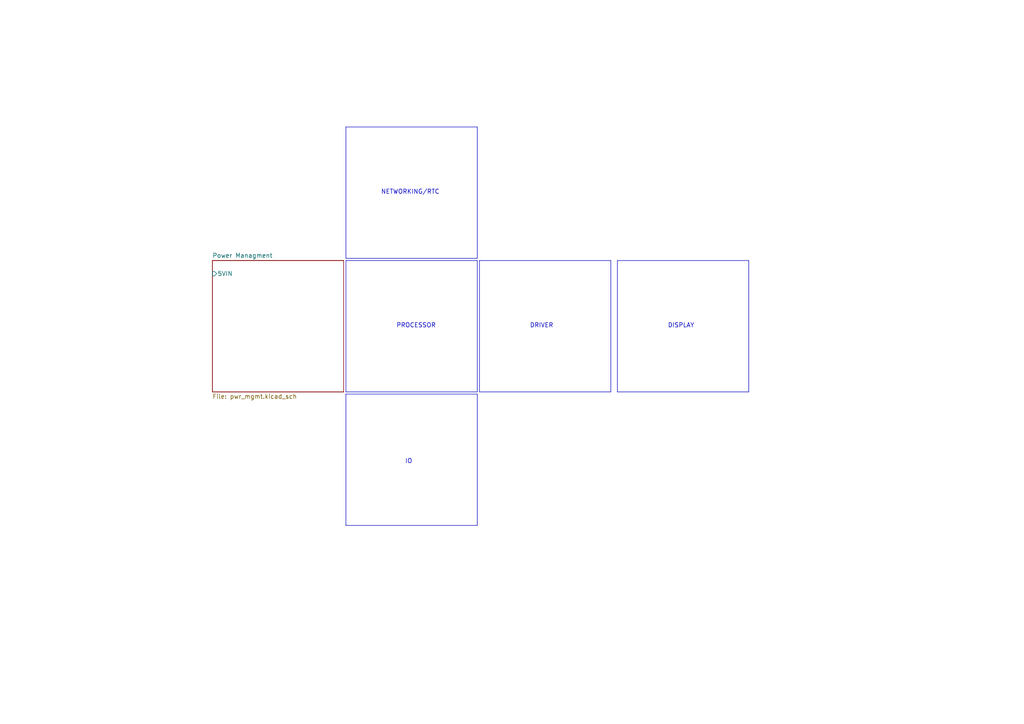
<source format=kicad_sch>
(kicad_sch (version 20230121) (generator eeschema)
  (paper "A4")
  (title_block (title "Main sheet") (date "2023-03-07") (rev "0.1") (company "diminDDL"))
  (lib_symbols)
  (polyline (pts (xy 139.065 75.565) (xy 139.065 113.665)))
  (polyline (pts (xy 177.165 113.665) (xy 177.165 75.565)))
  (polyline (pts (xy 217.17 113.665) (xy 217.17 75.565)))
  (polyline (pts (xy 100.33 114.3) (xy 100.33 152.4)))
  (polyline (pts (xy 100.33 74.93) (xy 138.43 74.93)))
  (polyline (pts (xy 100.33 114.3) (xy 138.43 114.3)))
  (polyline (pts (xy 100.33 75.565) (xy 138.43 75.565)))
  (polyline (pts (xy 179.07 75.565) (xy 179.07 113.665)))
  (polyline (pts (xy 100.33 36.83) (xy 100.33 74.93)))
  (polyline (pts (xy 139.065 113.665) (xy 177.165 113.665)))
  (polyline (pts (xy 139.065 75.565) (xy 177.165 75.565)))
  (polyline (pts (xy 100.33 75.565) (xy 100.33 113.665)))
  (polyline (pts (xy 138.43 152.4) (xy 138.43 114.3)))
  (polyline (pts (xy 179.07 75.565) (xy 217.17 75.565)))
  (polyline (pts (xy 100.33 113.665) (xy 138.43 113.665)))
  (polyline (pts (xy 100.33 152.4) (xy 138.43 152.4)))
  (polyline (pts (xy 179.07 113.665) (xy 217.17 113.665)))
  (polyline (pts (xy 100.33 36.83) (xy 138.43 36.83)))
  (polyline (pts (xy 138.43 113.665) (xy 138.43 75.565)))
  (polyline (pts (xy 138.43 74.93) (xy 138.43 36.83)))
  (text "DISPLAY" (at 193.675 95.25 0) (effects (font (size 1.27 1.27)) (justify left bottom)))
  (text "PROCESSOR" (at 114.935 95.25 0) (effects (font (size 1.27 1.27)) (justify left bottom)))
  (text "IO" (at 117.475 134.62 0) (effects (font (size 1.27 1.27)) (justify left bottom)))
  (text "DRIVER" (at 153.67 95.25 0) (effects (font (size 1.27 1.27)) (justify left bottom)))
  (text "NETWORKING/RTC" (at 110.49 56.515 0) (effects (font (size 1.27 1.27)) (justify left bottom)))
  (sheet (at 61.595 75.565) (size 38.1 38.1) (stroke (width 0.1524))
    (property "Sheetname" "Power Managment" (at 61.595 74.8534 0) (effects (justify left bottom)))
    (property "Sheetfile" "pwr_mgmt.kicad_sch" (at 61.595 114.2496 0) (effects (justify left top)))
    (pin "5VIN" input (at 61.595 79.375 180))
  )
)
</source>
